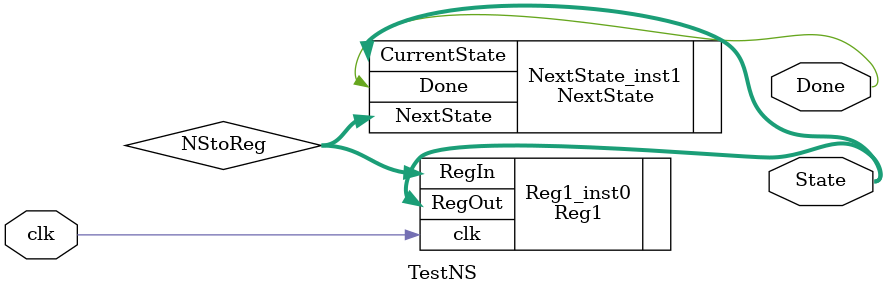
<source format=v>
module TestNS (clk,State,Done);
input clk;
output Done;
output [15:0] State;
wire[15:0] NStoReg;
Reg1 Reg1_inst0 (
.RegIn(NStoReg),
.clk(clk),
.RegOut(State)
);
NextState NextState_inst1(
.NextState(NStoReg),
.CurrentState(State),
.Done(Done)
);
endmodule
</source>
